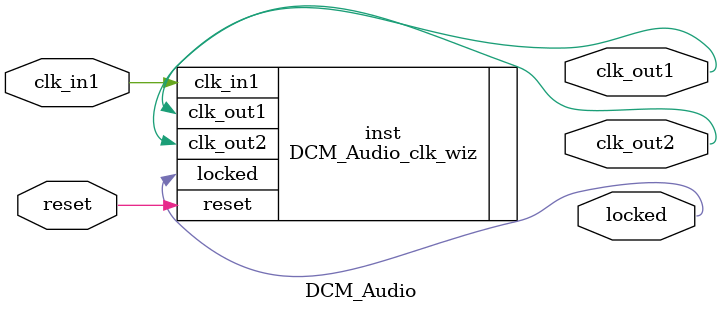
<source format=v>


`timescale 1ps/1ps

(* CORE_GENERATION_INFO = "DCM_Audio,clk_wiz_v5_4_3_0,{component_name=DCM_Audio,use_phase_alignment=true,use_min_o_jitter=false,use_max_i_jitter=false,use_dyn_phase_shift=false,use_inclk_switchover=false,use_dyn_reconfig=false,enable_axi=0,feedback_source=FDBK_AUTO,PRIMITIVE=PLL,num_out_clk=2,clkin1_period=10.000,clkin2_period=10.000,use_power_down=false,use_reset=true,use_locked=true,use_inclk_stopped=false,feedback_type=SINGLE,CLOCK_MGR_TYPE=NA,manual_override=false}" *)

module DCM_Audio 
 (
  // Clock out ports
  output        clk_out1,
  output        clk_out2,
  // Status and control signals
  input         reset,
  output        locked,
 // Clock in ports
  input         clk_in1
 );

  DCM_Audio_clk_wiz inst
  (
  // Clock out ports  
  .clk_out1(clk_out1),
  .clk_out2(clk_out2),
  // Status and control signals               
  .reset(reset), 
  .locked(locked),
 // Clock in ports
  .clk_in1(clk_in1)
  );

endmodule

</source>
